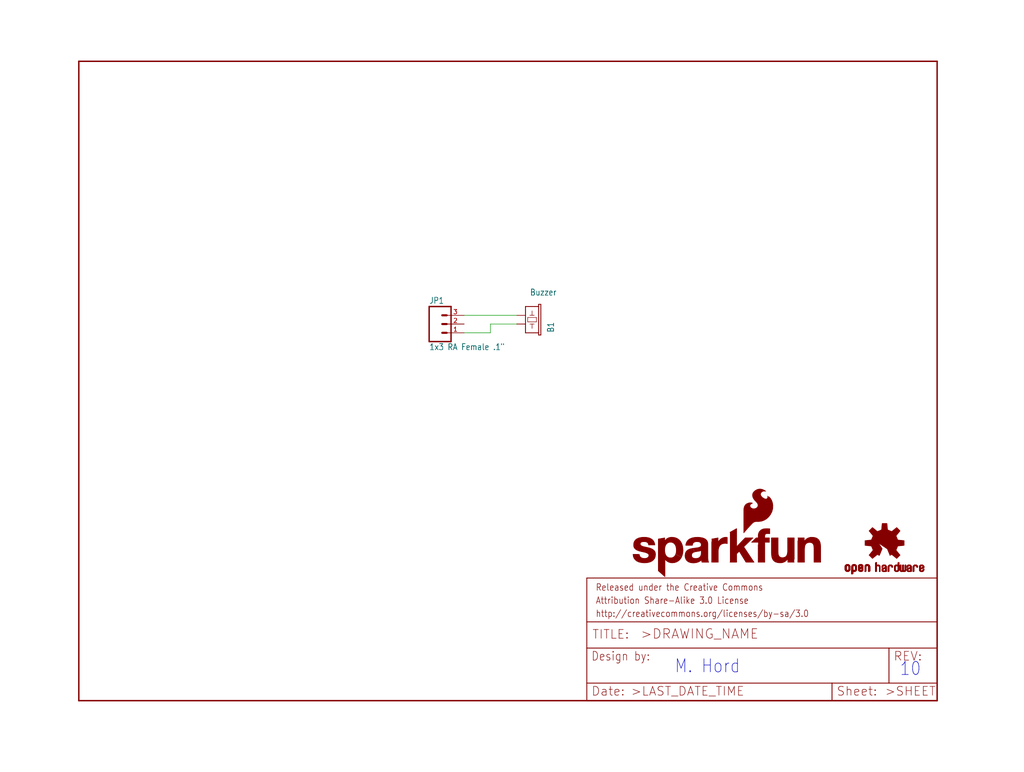
<source format=kicad_sch>
(kicad_sch (version 20211123) (generator eeschema)
  (paper "User" 297.002 223.926)
  (lib_symbols
    (symbol "eagleSchem-eagle-import:BUZZERSMD2"
      (property "Reference" "SG" (at -2.54 5.08 0))
      (property "Value" "BUZZERSMD2" (at 6.35 0 0))
      (symbol "BUZZERSMD2_1_0"
        (pin passive line (at 0 -2.54 90) (length 2.54) (name "1") (number "+"))
        (pin passive line (at 2.54 -2.54 90) (length 2.54) (name "2") (number "-"))
      )
    )
    (symbol "eagleSchem-eagle-import:FRAME-LETTER"
      (symbol "FRAME-LETTER_2_0"
        (text ">DRAWING_NAME" (at 15.494 17.78 0) (effects (font (size 2.7432 2.7432)) (justify left bottom)))
        (text ">LAST_DATE_TIME" (at 12.7 1.27 0) (effects (font (size 2.54 2.54)) (justify left bottom)))
        (text ">SHEET" (at 86.36 1.27 0) (effects (font (size 2.54 2.54)) (justify left bottom)))
        (text "Attribution Share-Alike 3.0 License" (at 2.54 27.94 0) (effects (font (size 1.9304 1.6408)) (justify left bottom)))
        (text "Date:" (at 1.27 1.27 0) (effects (font (size 2.54 2.54)) (justify left bottom)))
        (text "Design by:" (at 1.27 11.43 0) (effects (font (size 2.54 2.159)) (justify left bottom)))
        (text "http://creativecommons.org/licenses/by-sa/3.0" (at 2.54 24.13 0) (effects (font (size 1.9304 1.6408)) (justify left bottom)))
        (text "Released under the Creative Commons" (at 2.54 31.75 0) (effects (font (size 1.9304 1.6408)) (justify left bottom)))
        (text "REV:" (at 88.9 11.43 0) (effects (font (size 2.54 2.54)) (justify left bottom)))
        (text "Sheet:" (at 72.39 1.27 0) (effects (font (size 2.54 2.54)) (justify left bottom)))
        (text "TITLE:" (at 1.524 17.78 0) (effects (font (size 2.54 2.54)) (justify left bottom)))
      )
    )
    (symbol "eagleSchem-eagle-import:M03SMD_RA_FEMALE"
      (property "Reference" "JP" (at -2.54 5.842 0))
      (property "Value" "M03SMD_RA_FEMALE" (at -2.54 -7.62 0))
      (symbol "M03SMD_RA_FEMALE_1_0"
        (pin passive line (at 7.62 -2.54 180) (length 5.08) (name "1") (number "1"))
        (pin passive line (at 7.62 0 180) (length 5.08) (name "2") (number "2"))
        (pin passive line (at 7.62 2.54 180) (length 5.08) (name "3") (number "3"))
      )
    )
    (symbol "eagleSchem-eagle-import:OSHW-LOGOS")
    (symbol "eagleSchem-eagle-import:SFE_LOGO_NAME_FLAME.1_INCH")
  )
  (wire (pts (xy 142.24 96.52) (xy 142.24 93.98)))
  (wire (pts (xy 134.62 96.52) (xy 142.24 96.52)))
  (wire (pts (xy 134.62 91.44) (xy 149.86 91.44)))
  (wire (pts (xy 142.24 93.98) (xy 149.86 93.98)))
  (text "M. Hord" (at 195.58 195.58 180) (effects (font (size 3.81 3.2385)) (justify left bottom)))
  (text "10" (at 260.858 196.342 180) (effects (font (size 3.81 3.2385)) (justify left bottom)))
  (symbol (lib_id "eagleSchem-eagle-import:BUZZERSMD2") (at 152.4 93.98 270) (mirror x) (unit 1)
    (property "Reference" "B1" (at 158.75 96.52 0) (effects (font (size 1.778 1.5113)) (justify left bottom)))
    (property "Value" "Buzzer" (at 153.67 83.82 90) (effects (font (size 1.778 1.5113)) (justify left bottom)))
    (property "Footprint" "eagleSchem:BUZZER-CCV" (effects hide))
  )
  (symbol (lib_id "eagleSchem-eagle-import:FRAME-LETTER") (at 22.86 203.2 0) (unit 1)
    (property "Reference" "FRAME1" (effects hide))
    (property "Value" "FRAME-LETTER" (effects hide))
    (property "Footprint" "eagleSchem:CREATIVE_COMMONS" (effects hide))
  )
  (symbol (lib_id "eagleSchem-eagle-import:SFE_LOGO_NAME_FLAME.1_INCH") (at 182.88 167.64 0) (unit 1)
    (property "Reference" "LOGO2" (effects hide))
    (property "Value" "SFE_LOGO_NAME_FLAME.1_INCH" (effects hide))
    (property "Footprint" "eagleSchem:SFE_LOGO_NAME_FLAME_.1" (effects hide))
  )
  (symbol (lib_id "eagleSchem-eagle-import:M03SMD_RA_FEMALE") (at 127 93.98 0) (unit 1)
    (property "Reference" "JP1" (at 124.46 88.138 0) (effects (font (size 1.778 1.5113)) (justify left bottom)))
    (property "Value" "1x3 RA Female .1\"" (at 124.46 101.6 0) (effects (font (size 1.778 1.5113)) (justify left bottom)))
    (property "Footprint" "eagleSchem:1X03_SMD_RA_FEMALE" (effects hide))
  )
  (symbol (lib_id "eagleSchem-eagle-import:OSHW-LOGOS") (at 256.54 157.48 0) (unit 1)
    (property "Reference" "LOGO1" (effects hide))
    (property "Value" "OSHW-LOGOS" (effects hide))
    (property "Footprint" "eagleSchem:OSHW-LOGO-S" (effects hide))
  )
  (symbol (lib_id "eagleSchem-eagle-import:FRAME-LETTER") (at 170.18 203.2 0) (unit 2)
    (property "Reference" "FRAME1" (effects hide))
    (property "Value" "FRAME-LETTER" (effects hide))
    (property "Footprint" "eagleSchem:CREATIVE_COMMONS" (effects hide))
  )
)
</source>
